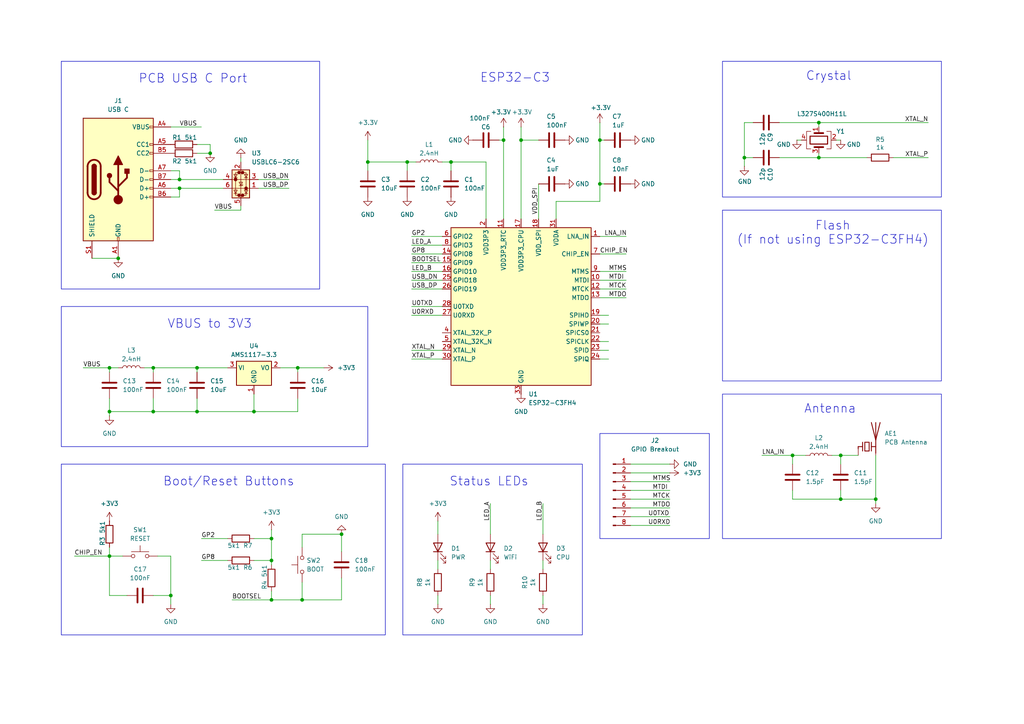
<source format=kicad_sch>
(kicad_sch (version 20250114) (generator "eeschema") (generator_version "9.0")
  (paper "A4")
  (title_block (title "Kevin's PCB Business Card") (company "Kevin Sun"))
  (lib_symbols
    (symbol "Connector:Conn_01x08_Pin" (pin_names (offset 1.016) (hide yes))
      (property "Reference" "J" (at 0 10.16 0))
      (property "Value" "Conn_01x08_Pin" (at 0 -12.7 0))
      (symbol "Conn_01x08_Pin_1_1"
        (rectangle (start 0.8636 7.747) (end 0 7.493) (stroke (width 0.1524)) (fill (type outline)))
        (rectangle (start 0.8636 5.207) (end 0 4.953) (stroke (width 0.1524)) (fill (type outline)))
        (rectangle (start 0.8636 2.667) (end 0 2.413) (stroke (width 0.1524)) (fill (type outline)))
        (rectangle (start 0.8636 0.127) (end 0 -0.127) (stroke (width 0.1524)) (fill (type outline)))
        (rectangle (start 0.8636 -2.413) (end 0 -2.667) (stroke (width 0.1524)) (fill (type outline)))
        (rectangle (start 0.8636 -4.953) (end 0 -5.207) (stroke (width 0.1524)) (fill (type outline)))
        (rectangle (start 0.8636 -7.493) (end 0 -7.747) (stroke (width 0.1524)) (fill (type outline)))
        (rectangle (start 0.8636 -10.033) (end 0 -10.287) (stroke (width 0.1524)) (fill (type outline)))
        (polyline (pts (xy 1.27 7.62) (xy 0.8636 7.62)) (stroke (width 0.1524)))
        (polyline (pts (xy 1.27 5.08) (xy 0.8636 5.08)) (stroke (width 0.1524)))
        (polyline (pts (xy 1.27 2.54) (xy 0.8636 2.54)) (stroke (width 0.1524)))
        (polyline (pts (xy 1.27 0) (xy 0.8636 0)) (stroke (width 0.1524)))
        (polyline (pts (xy 1.27 -2.54) (xy 0.8636 -2.54)) (stroke (width 0.1524)))
        (polyline (pts (xy 1.27 -5.08) (xy 0.8636 -5.08)) (stroke (width 0.1524)))
        (polyline (pts (xy 1.27 -7.62) (xy 0.8636 -7.62)) (stroke (width 0.1524)))
        (polyline (pts (xy 1.27 -10.16) (xy 0.8636 -10.16)) (stroke (width 0.1524)))
        (pin passive line (at 5.08 7.62 180) (length 3.81) (name "Pin_1") (number "1"))
        (pin passive line (at 5.08 5.08 180) (length 3.81) (name "Pin_2") (number "2"))
        (pin passive line (at 5.08 2.54 180) (length 3.81) (name "Pin_3") (number "3"))
        (pin passive line (at 5.08 0 180) (length 3.81) (name "Pin_4") (number "4"))
        (pin passive line (at 5.08 -2.54 180) (length 3.81) (name "Pin_5") (number "5"))
        (pin passive line (at 5.08 -5.08 180) (length 3.81) (name "Pin_6") (number "6"))
        (pin passive line (at 5.08 -7.62 180) (length 3.81) (name "Pin_7") (number "7"))
        (pin passive line (at 5.08 -10.16 180) (length 3.81) (name "Pin_8") (number "8"))
      )
    )
    (symbol "Connector:USB_C_Receptacle_USB2.0_14P" (pin_names (offset 1.016))
      (property "Reference" "J" (at 0 22.225 0))
      (property "Value" "USB_C_Receptacle_USB2.0_14P" (at 0 19.685 0))
      (symbol "USB_C_Receptacle_USB2.0_14P_0_0"
        (rectangle (start -0.254 -17.78) (end 0.254 -16.764))
        (rectangle (start 10.16 15.494) (end 9.144 14.986))
        (rectangle (start 10.16 10.414) (end 9.144 9.906))
        (rectangle (start 10.16 7.874) (end 9.144 7.366))
        (rectangle (start 10.16 2.794) (end 9.144 2.286))
        (rectangle (start 10.16 0.254) (end 9.144 -0.254))
        (rectangle (start 10.16 -2.286) (end 9.144 -2.794))
        (rectangle (start 10.16 -4.826) (end 9.144 -5.334))
      )
      (symbol "USB_C_Receptacle_USB2.0_14P_0_1"
        (rectangle (start -10.16 17.78) (end 10.16 -17.78) (stroke (width 0.254)) (fill (type background)))
        (polyline (pts (xy -8.89 -3.81) (xy -8.89 3.81)) (stroke (width 0.508)))
        (rectangle (start -7.62 -3.81) (end -6.35 3.81) (stroke (width 0.254)) (fill (type outline)))
        (arc (start -7.62 3.81) (mid -6.985 4.4423) (end -6.35 3.81) (stroke (width 0.254)))
        (arc (start -7.62 3.81) (mid -6.985 4.4423) (end -6.35 3.81) (stroke (width 0.254)) (fill (type outline)))
        (arc (start -8.89 3.81) (mid -6.985 5.7067) (end -5.08 3.81) (stroke (width 0.508)))
        (arc (start -5.08 -3.81) (mid -6.985 -5.7067) (end -8.89 -3.81) (stroke (width 0.508)))
        (arc (start -6.35 -3.81) (mid -6.985 -4.4423) (end -7.62 -3.81) (stroke (width 0.254)))
        (arc (start -6.35 -3.81) (mid -6.985 -4.4423) (end -7.62 -3.81) (stroke (width 0.254)) (fill (type outline)))
        (polyline (pts (xy -5.08 3.81) (xy -5.08 -3.81)) (stroke (width 0.508)))
        (circle (center -2.54 1.143) (radius 0.635) (stroke (width 0.254)) (fill (type outline)))
        (polyline (pts (xy -1.27 4.318) (xy 0 6.858) (xy 1.27 4.318) (xy -1.27 4.318)) (stroke (width 0.254)) (fill (type outline)))
        (polyline (pts (xy 0 -2.032) (xy 2.54 0.508) (xy 2.54 1.778)) (stroke (width 0.508)))
        (polyline (pts (xy 0 -3.302) (xy -2.54 -0.762) (xy -2.54 0.508)) (stroke (width 0.508)))
        (polyline (pts (xy 0 -5.842) (xy 0 4.318)) (stroke (width 0.508)))
        (circle (center 0 -5.842) (radius 1.27) (fill (type outline)))
        (rectangle (start 1.905 1.778) (end 3.175 3.048) (stroke (width 0.254)) (fill (type outline)))
      )
      (symbol "USB_C_Receptacle_USB2.0_14P_1_1"
        (pin passive line (at -7.62 -22.86 90) (length 5.08) (name "SHIELD") (number "S1"))
        (pin passive line (at 0 -22.86 90) (length 5.08) (name "GND") (number "A1"))
        (pin passive line (at 0 -22.86 90) (length 5.08) (hide yes) (name "GND") (number "A12"))
        (pin passive line (at 0 -22.86 90) (length 5.08) (hide yes) (name "GND") (number "B1"))
        (pin passive line (at 0 -22.86 90) (length 5.08) (hide yes) (name "GND") (number "B12"))
        (pin passive line (at 15.24 15.24 180) (length 5.08) (name "VBUS") (number "A4"))
        (pin passive line (at 15.24 15.24 180) (length 5.08) (hide yes) (name "VBUS") (number "A9"))
        (pin passive line (at 15.24 15.24 180) (length 5.08) (hide yes) (name "VBUS") (number "B4"))
        (pin passive line (at 15.24 15.24 180) (length 5.08) (hide yes) (name "VBUS") (number "B9"))
        (pin bidirectional line (at 15.24 10.16 180) (length 5.08) (name "CC1") (number "A5"))
        (pin bidirectional line (at 15.24 7.62 180) (length 5.08) (name "CC2") (number "B5"))
        (pin bidirectional line (at 15.24 2.54 180) (length 5.08) (name "D-") (number "A7"))
        (pin bidirectional line (at 15.24 0 180) (length 5.08) (name "D-") (number "B7"))
        (pin bidirectional line (at 15.24 -2.54 180) (length 5.08) (name "D+") (number "A6"))
        (pin bidirectional line (at 15.24 -5.08 180) (length 5.08) (name "D+") (number "B6"))
      )
    )
    (symbol "Device:Antenna_Chip" (pin_numbers (hide yes)) (pin_names (offset 1.016) (hide yes))
      (property "Reference" "AE" (at 0 5.08 0))
      (property "Value" "Antenna_Chip" (at 0 3.175 0))
      (symbol "Antenna_Chip_0_1"
        (polyline (pts (xy -2.54 0) (xy -2.54 -0.635)) (stroke (width 0.254)))
        (polyline (pts (xy -2.54 0) (xy -1.27 0)) (stroke (width 0.254)))
        (polyline (pts (xy -1.27 1.27) (xy -1.27 -1.27) (xy -1.27 0)) (stroke (width 0.254)))
        (polyline (pts (xy -0.635 1.27) (xy 0.635 1.27) (xy 0.635 -1.27) (xy -0.635 -1.27) (xy -0.635 1.27)) (stroke (width 0.254)))
        (polyline (pts (xy 1.27 1.27) (xy 1.27 -1.27)) (stroke (width 0.254)))
        (polyline (pts (xy 1.27 0) (xy 2.54 0)) (stroke (width 0.254)))
        (polyline (pts (xy 2.54 6.985) (xy 2.54 -1.905)) (stroke (width 0.254)))
        (polyline (pts (xy 2.54 -0.635) (xy 2.54 0)))
        (polyline (pts (xy 3.81 6.985) (xy 2.54 1.905) (xy 1.27 6.985)) (stroke (width 0.254)))
      )
      (symbol "Antenna_Chip_1_1"
        (pin input line (at -2.54 -2.54 90) (length 2.54) (name "FEED") (number "1"))
        (pin passive line (at 2.54 -2.54 90) (length 2.54) (name "PCB_Trace") (number "2"))
      )
    )
    (symbol "Device:C" (pin_numbers (hide yes)) (pin_names (offset 0.254))
      (property "Reference" "C" (at 0.635 2.54 0))
      (property "Value" "C" (at 0.635 -2.54 0))
      (symbol "C_0_1"
        (polyline (pts (xy -2.032 0.762) (xy 2.032 0.762)) (stroke (width 0.508)))
        (polyline (pts (xy -2.032 -0.762) (xy 2.032 -0.762)) (stroke (width 0.508)))
      )
      (symbol "C_1_1"
        (pin passive line (at 0 3.81 270) (length 2.794) (name "~") (number "1"))
        (pin passive line (at 0 -3.81 90) (length 2.794) (name "~") (number "2"))
      )
    )
    (symbol "Device:Crystal_GND24" (pin_names (offset 1.016) (hide yes))
      (property "Reference" "Y" (at 3.175 5.08 0))
      (property "Value" "Crystal_GND24" (at 3.175 3.175 0))
      (symbol "Crystal_GND24_0_1"
        (polyline (pts (xy -2.54 2.286) (xy -2.54 3.556) (xy 2.54 3.556) (xy 2.54 2.286)))
        (polyline (pts (xy -2.54 0) (xy -2.032 0)))
        (polyline (pts (xy -2.54 -2.286) (xy -2.54 -3.556) (xy 2.54 -3.556) (xy 2.54 -2.286)))
        (polyline (pts (xy -2.032 -1.27) (xy -2.032 1.27)) (stroke (width 0.508)))
        (rectangle (start -1.143 2.54) (end 1.143 -2.54) (stroke (width 0.3048)))
        (polyline (pts (xy 0 3.556) (xy 0 3.81)))
        (polyline (pts (xy 0 -3.81) (xy 0 -3.556)))
        (polyline (pts (xy 2.032 0) (xy 2.54 0)))
        (polyline (pts (xy 2.032 -1.27) (xy 2.032 1.27)) (stroke (width 0.508)))
      )
      (symbol "Crystal_GND24_1_1"
        (pin passive line (at -3.81 0 0) (length 1.27) (name "1") (number "1"))
        (pin passive line (at 0 5.08 270) (length 1.27) (name "2") (number "2"))
        (pin passive line (at 0 -5.08 90) (length 1.27) (name "4") (number "4"))
        (pin passive line (at 3.81 0 180) (length 1.27) (name "3") (number "3"))
      )
    )
    (symbol "Device:L" (pin_numbers (hide yes)) (pin_names (offset 1.016) (hide yes))
      (property "Reference" "L" (at -1.27 0 90))
      (property "Value" "L" (at 1.905 0 90))
      (symbol "L_0_1"
        (arc (start 0 2.54) (mid 0.6323 1.905) (end 0 1.27))
        (arc (start 0 1.27) (mid 0.6323 0.635) (end 0 0))
        (arc (start 0 0) (mid 0.6323 -0.635) (end 0 -1.27))
        (arc (start 0 -1.27) (mid 0.6323 -1.905) (end 0 -2.54))
      )
      (symbol "L_1_1"
        (pin passive line (at 0 3.81 270) (length 1.27) (name "1") (number "1"))
        (pin passive line (at 0 -3.81 90) (length 1.27) (name "2") (number "2"))
      )
    )
    (symbol "Device:LED" (pin_numbers (hide yes)) (pin_names (offset 1.016) (hide yes))
      (property "Reference" "D" (at 0 2.54 0))
      (property "Value" "LED" (at 0 -2.54 0))
      (symbol "LED_0_1"
        (polyline (pts (xy -3.048 -0.762) (xy -4.572 -2.286) (xy -3.81 -2.286) (xy -4.572 -2.286) (xy -4.572 -1.524)))
        (polyline (pts (xy -1.778 -0.762) (xy -3.302 -2.286) (xy -2.54 -2.286) (xy -3.302 -2.286) (xy -3.302 -1.524)))
        (polyline (pts (xy -1.27 0) (xy 1.27 0)))
        (polyline (pts (xy -1.27 -1.27) (xy -1.27 1.27)) (stroke (width 0.254)))
        (polyline (pts (xy 1.27 -1.27) (xy 1.27 1.27) (xy -1.27 0) (xy 1.27 -1.27)) (stroke (width 0.254)))
      )
      (symbol "LED_1_1"
        (pin passive line (at -3.81 0 0) (length 2.54) (name "K") (number "1"))
        (pin passive line (at 3.81 0 180) (length 2.54) (name "A") (number "2"))
      )
    )
    (symbol "Device:R" (pin_numbers (hide yes)) (pin_names (offset 0))
      (property "Reference" "R" (at 2.032 0 90))
      (property "Value" "R" (at 0 0 90))
      (symbol "R_0_1"
        (rectangle (start -1.016 -2.54) (end 1.016 2.54) (stroke (width 0.254)))
      )
      (symbol "R_1_1"
        (pin passive line (at 0 3.81 270) (length 1.27) (name "~") (number "1"))
        (pin passive line (at 0 -3.81 90) (length 1.27) (name "~") (number "2"))
      )
    )
    (symbol "MCU_Espressif:ESP32-C3"
      (property "Reference" "U" (at -17.272 23.876 0))
      (property "Value" "ESP32-C3" (at 16.256 23.876 0))
      (symbol "ESP32-C3_1_1"
        (rectangle (start -20.32 22.86) (end 20.32 -22.86) (stroke (width 0.254)) (fill (type background)))
        (pin bidirectional line (at -22.86 20.32 0) (length 2.54) (name "GPIO2") (number "6"))
        (pin bidirectional line (at -22.86 17.78 0) (length 2.54) (name "GPIO3") (number "8"))
        (pin bidirectional line (at -22.86 15.24 0) (length 2.54) (name "GPIO8") (number "14"))
        (pin bidirectional line (at -22.86 12.7 0) (length 2.54) (name "GPIO9") (number "15"))
        (pin bidirectional line (at -22.86 10.16 0) (length 2.54) (name "GPIO10") (number "16"))
        (pin bidirectional line (at -22.86 7.62 0) (length 2.54) (name "GPIO18") (number "25"))
        (pin bidirectional line (at -22.86 5.08 0) (length 2.54) (name "GPIO19") (number "26"))
        (pin bidirectional line (at -22.86 0 0) (length 2.54) (name "U0TXD") (number "28"))
        (pin bidirectional line (at -22.86 -2.54 0) (length 2.54) (name "U0RXD") (number "27"))
        (pin bidirectional line (at -22.86 -7.62 0) (length 2.54) (name "XTAL_32K_P") (number "4"))
        (pin bidirectional line (at -22.86 -10.16 0) (length 2.54) (name "XTAL_32K_N") (number "5"))
        (pin bidirectional line (at -22.86 -12.7 0) (length 2.54) (name "XTAL_N") (number "29"))
        (pin bidirectional line (at -22.86 -15.24 0) (length 2.54) (name "XTAL_P") (number "30"))
        (pin power_in line (at -10.16 25.4 270) (length 2.54) (name "VDD3P3") (number "2"))
        (pin passive line (at -10.16 25.4 270) (length 2.54) (hide yes) (name "VDD3P3") (number "3"))
        (pin power_in line (at -5.08 25.4 270) (length 2.54) (name "VDD3P3_RTC") (number "11"))
        (pin power_in line (at 0 25.4 270) (length 2.54) (name "VDD3P3_CPU") (number "17"))
        (pin power_in line (at 0 -25.4 90) (length 2.54) (name "GND") (number "33"))
        (pin power_out line (at 5.08 25.4 270) (length 2.54) (name "VDD_SPI") (number "18"))
        (pin power_in line (at 10.16 25.4 270) (length 2.54) (name "VDDA") (number "31"))
        (pin passive line (at 10.16 25.4 270) (length 2.54) (hide yes) (name "VDDA") (number "32"))
        (pin bidirectional line (at 22.86 20.32 180) (length 2.54) (name "LNA_IN") (number "1"))
        (pin bidirectional line (at 22.86 15.24 180) (length 2.54) (name "CHIP_EN") (number "7"))
        (pin bidirectional line (at 22.86 10.16 180) (length 2.54) (name "MTMS") (number "9"))
        (pin bidirectional line (at 22.86 7.62 180) (length 2.54) (name "MTDI") (number "10"))
        (pin bidirectional line (at 22.86 5.08 180) (length 2.54) (name "MTCK") (number "12"))
        (pin bidirectional line (at 22.86 2.54 180) (length 2.54) (name "MTDO") (number "13"))
        (pin bidirectional line (at 22.86 -2.54 180) (length 2.54) (name "SPIHD") (number "19"))
        (pin bidirectional line (at 22.86 -5.08 180) (length 2.54) (name "SPIWP") (number "20"))
        (pin bidirectional line (at 22.86 -7.62 180) (length 2.54) (name "SPICS0") (number "21"))
        (pin bidirectional line (at 22.86 -10.16 180) (length 2.54) (name "SPICLK") (number "22"))
        (pin bidirectional line (at 22.86 -12.7 180) (length 2.54) (name "SPID") (number "23"))
        (pin bidirectional line (at 22.86 -15.24 180) (length 2.54) (name "SPIQ") (number "24"))
      )
    )
    (symbol "Power_Protection:USBLC6-2SC6" (pin_names (hide yes))
      (property "Reference" "U" (at 0.635 5.715 0))
      (property "Value" "USBLC6-2SC6" (at 0.635 3.81 0))
      (symbol "USBLC6-2SC6_0_0"
        (circle (center -1.524 0) (radius 0.0001) (stroke (width 0.508)))
        (circle (center -0.508 2.032) (radius 0.0001) (stroke (width 0.508)))
        (circle (center -0.508 -4.572) (radius 0.0001) (stroke (width 0.508)))
        (circle (center 0.508 2.032) (radius 0.0001) (stroke (width 0.508)))
        (circle (center 0.508 -4.572) (radius 0.0001) (stroke (width 0.508)))
        (circle (center 1.524 -2.54) (radius 0.0001) (stroke (width 0.508)))
      )
      (symbol "USBLC6-2SC6_0_1"
        (polyline (pts (xy -2.54 0) (xy 2.54 0)))
        (polyline (pts (xy -2.54 -2.54) (xy 2.54 -2.54)))
        (polyline (pts (xy -2.032 0.508) (xy -1.016 0.508) (xy -1.524 1.524) (xy -2.032 0.508)))
        (polyline (pts (xy -2.032 -3.048) (xy -1.016 -3.048)))
        (polyline (pts (xy -1.016 1.524) (xy -2.032 1.524)))
        (polyline (pts (xy -1.016 -4.064) (xy -2.032 -4.064) (xy -1.524 -3.048) (xy -1.016 -4.064)))
        (polyline (pts (xy -0.508 -1.143) (xy -0.508 -0.762) (xy 0.508 -0.762)))
        (polyline (pts (xy 0 2.54) (xy -0.508 2.032) (xy 0.508 2.032) (xy 0 1.524) (xy 0 -4.064) (xy -0.508 -4.572) (xy 0.508 -4.572) (xy 0 -5.08)))
        (polyline (pts (xy 0.508 -1.778) (xy -0.508 -1.778) (xy 0 -0.762) (xy 0.508 -1.778)))
        (polyline (pts (xy 1.016 1.524) (xy 2.032 1.524)))
        (polyline (pts (xy 1.016 -3.048) (xy 2.032 -3.048)))
        (polyline (pts (xy 2.032 0.508) (xy 1.016 0.508) (xy 1.524 1.524) (xy 2.032 0.508)))
        (polyline (pts (xy 2.032 -4.064) (xy 1.016 -4.064) (xy 1.524 -3.048) (xy 2.032 -4.064)))
      )
      (symbol "USBLC6-2SC6_1_1"
        (rectangle (start -2.54 2.794) (end 2.54 -5.334) (stroke (width 0.254)) (fill (type background)))
        (polyline (pts (xy -0.508 2.032) (xy -1.524 2.032) (xy -1.524 -4.572) (xy -0.508 -4.572)))
        (polyline (pts (xy 0.508 -4.572) (xy 1.524 -4.572) (xy 1.524 2.032) (xy 0.508 2.032)))
        (pin passive line (at -5.08 0 0) (length 2.54) (name "I/O1") (number "1"))
        (pin passive line (at -5.08 -2.54 0) (length 2.54) (name "I/O2") (number "3"))
        (pin passive line (at 0 5.08 270) (length 2.54) (name "VBUS") (number "5"))
        (pin passive line (at 0 -7.62 90) (length 2.54) (name "GND") (number "2"))
        (pin passive line (at 5.08 0 180) (length 2.54) (name "I/O1") (number "6"))
        (pin passive line (at 5.08 -2.54 180) (length 2.54) (name "I/O2") (number "4"))
      )
    )
    (symbol "Regulator_Linear:AMS1117-3.3"
      (property "Reference" "U" (at -3.81 3.175 0))
      (property "Value" "AMS1117-3.3" (at 0 3.175 0))
      (symbol "AMS1117-3.3_0_1"
        (rectangle (start -5.08 -5.08) (end 5.08 1.905) (stroke (width 0.254)) (fill (type background)))
      )
      (symbol "AMS1117-3.3_1_1"
        (pin power_in line (at -7.62 0 0) (length 2.54) (name "VI") (number "3"))
        (pin power_in line (at 0 -7.62 90) (length 2.54) (name "GND") (number "1"))
        (pin power_out line (at 7.62 0 180) (length 2.54) (name "VO") (number "2"))
      )
    )
    (symbol "Switch:SW_Push" (pin_numbers (hide yes)) (pin_names (offset 1.016) (hide yes))
      (property "Reference" "SW" (at 1.27 2.54 0))
      (property "Value" "SW_Push" (at 0 -1.524 0))
      (symbol "SW_Push_0_1"
        (circle (center -2.032 0) (radius 0.508))
        (polyline (pts (xy 0 1.27) (xy 0 3.048)))
        (circle (center 2.032 0) (radius 0.508))
        (polyline (pts (xy 2.54 1.27) (xy -2.54 1.27)))
        (pin passive line (at -5.08 0 0) (length 2.54) (name "1") (number "1"))
        (pin passive line (at 5.08 0 180) (length 2.54) (name "2") (number "2"))
      )
    )
    (symbol "power:+3.3V" (power) (pin_numbers (hide yes)) (pin_names (offset 0) (hide yes))
      (property "Value" "+3.3V" (at 0 3.556 0))
      (symbol "+3.3V_0_1"
        (polyline (pts (xy -0.762 1.27) (xy 0 2.54)))
        (polyline (pts (xy 0 2.54) (xy 0.762 1.27)))
        (polyline (pts (xy 0 0) (xy 0 2.54)))
      )
      (symbol "+3.3V_1_1"
        (pin power_in line (at 0 0 90) (length 0) (name "~") (number "1"))
      )
    )
    (symbol "power:+3V3" (power) (pin_numbers (hide yes)) (pin_names (offset 0) (hide yes))
      (property "Value" "+3V3" (at 0 3.556 0))
      (symbol "+3V3_0_1"
        (polyline (pts (xy -0.762 1.27) (xy 0 2.54)))
        (polyline (pts (xy 0 2.54) (xy 0.762 1.27)))
        (polyline (pts (xy 0 0) (xy 0 2.54)))
      )
      (symbol "+3V3_1_1"
        (pin power_in line (at 0 0 90) (length 0) (name "~") (number "1"))
      )
    )
    (symbol "power:GND" (power) (pin_numbers (hide yes)) (pin_names (offset 0) (hide yes))
      (property "Value" "GND" (at 0 -3.81 0))
      (symbol "GND_0_1"
        (polyline (pts (xy 0 0) (xy 0 -1.27) (xy 1.27 -1.27) (xy 0 -2.54) (xy -1.27 -1.27) (xy 0 -1.27)))
      )
      (symbol "GND_1_1"
        (pin power_in line (at 0 0 270) (length 0) (name "~") (number "1"))
      )
    )
  )
  (rectangle (start 209.55 60.96) (end 273.05 110.49))
  (rectangle (start 17.78 134.62) (end 111.76 184.15))
  (rectangle (start 173.99 125.73) (end 205.74 156.21))
  (rectangle (start 209.55 114.3) (end 273.05 156.21))
  (rectangle (start 209.55 17.78) (end 273.05 57.15))
  (rectangle (start 17.78 88.9) (end 106.68 129.54))
  (rectangle (start 17.78 17.78) (end 92.71 83.82))
  (rectangle (start 116.84 134.62) (end 168.91 184.15))
  (text "Flash\n(If not using ESP32-C3FH4)" (at 241.554 71.12 0) (effects (font (size 2.54 2.54)) (justify bottom)))
  (text "ESP32-C3" (at 139.192 24.13 0) (effects (font (size 2.54 2.54)) (justify left bottom)))
  (text "VBUS to 3V3" (at 48.514 95.504 0) (effects (font (size 2.54 2.54)) (justify left bottom)))
  (text "Crystal" (at 233.68 23.622 0) (effects (font (size 2.54 2.54)) (justify left bottom)))
  (text "Boot/Reset Buttons" (at 47.244 141.224 0) (effects (font (size 2.54 2.54)) (justify left bottom)))
  (text "PCB USB C Port" (at 40.132 24.384 0) (effects (font (size 2.54 2.54)) (justify left bottom)))
  (text "Status LEDs" (at 130.302 141.224 0) (effects (font (size 2.54 2.54)) (justify left bottom)))
  (text "Antenna" (at 233.172 120.142 0) (effects (font (size 2.54 2.54)) (justify left bottom)))
  (junction (at 173.99 40.64))
  (junction (at 78.74 156.21))
  (junction (at 237.49 45.72))
  (junction (at 49.53 172.72))
  (junction (at 130.81 46.99))
  (junction (at 52.07 54.61))
  (junction (at 146.05 40.64))
  (junction (at 44.45 106.68))
  (junction (at 52.07 52.07))
  (junction (at 73.66 119.38))
  (junction (at 34.29 74.93))
  (junction (at 87.63 173.99))
  (junction (at 243.84 144.78))
  (junction (at 78.74 173.99))
  (junction (at 44.45 119.38))
  (junction (at 173.99 53.34))
  (junction (at 57.15 119.38))
  (junction (at 86.36 106.68))
  (junction (at 215.9 45.72))
  (junction (at 60.96 44.45))
  (junction (at 229.87 132.08))
  (junction (at 237.49 35.56))
  (junction (at 78.74 162.56))
  (junction (at 99.06 154.94))
  (junction (at 254 144.78))
  (junction (at 106.68 46.99))
  (junction (at 31.75 119.38))
  (junction (at 243.84 132.08))
  (junction (at 151.13 40.64))
  (junction (at 118.11 46.99))
  (junction (at 31.75 161.29))
  (junction (at 57.15 106.68))
  (junction (at 31.75 106.68))
  (wire (pts (xy 146.05 40.64) (xy 146.05 63.5)))
  (wire (pts (xy 157.48 146.05) (xy 157.48 154.94)))
  (wire (pts (xy 31.75 106.68) (xy 34.29 106.68)))
  (wire (pts (xy 229.87 144.78) (xy 229.87 142.24)))
  (wire (pts (xy 218.44 45.72) (xy 215.9 45.72)))
  (wire (pts (xy 182.88 137.16) (xy 194.31 137.16)))
  (wire (pts (xy 226.06 45.72) (xy 237.49 45.72)))
  (wire (pts (xy 119.38 71.12) (xy 128.27 71.12)))
  (wire (pts (xy 130.81 46.99) (xy 130.81 49.53)))
  (wire (pts (xy 173.99 53.34) (xy 173.99 40.64)))
  (wire (pts (xy 215.9 45.72) (xy 215.9 48.26)))
  (wire (pts (xy 78.74 173.99) (xy 87.63 173.99)))
  (wire (pts (xy 86.36 119.38) (xy 73.66 119.38)))
  (wire (pts (xy 237.49 36.83) (xy 237.49 35.56)))
  (wire (pts (xy 73.66 119.38) (xy 57.15 119.38)))
  (wire (pts (xy 57.15 115.57) (xy 57.15 119.38)))
  (wire (pts (xy 57.15 41.91) (xy 60.96 41.91)))
  (wire (pts (xy 182.88 139.7) (xy 194.31 139.7)))
  (wire (pts (xy 173.99 104.14) (xy 176.53 104.14)))
  (wire (pts (xy 81.28 106.68) (xy 86.36 106.68)))
  (wire (pts (xy 127 162.56) (xy 127 165.1)))
  (wire (pts (xy 173.99 78.74) (xy 181.61 78.74)))
  (wire (pts (xy 49.53 52.07) (xy 52.07 52.07)))
  (wire (pts (xy 21.59 161.29) (xy 31.75 161.29)))
  (wire (pts (xy 44.45 106.68) (xy 57.15 106.68)))
  (wire (pts (xy 49.53 49.53) (xy 52.07 49.53)))
  (wire (pts (xy 49.53 57.15) (xy 52.07 57.15)))
  (wire (pts (xy 86.36 106.68) (xy 86.36 107.95)))
  (wire (pts (xy 106.68 40.64) (xy 106.68 46.99)))
  (wire (pts (xy 119.38 73.66) (xy 128.27 73.66)))
  (wire (pts (xy 44.45 119.38) (xy 44.45 115.57)))
  (wire (pts (xy 106.68 46.99) (xy 106.68 49.53)))
  (wire (pts (xy 226.06 35.56) (xy 237.49 35.56)))
  (wire (pts (xy 31.75 119.38) (xy 44.45 119.38)))
  (wire (pts (xy 128.27 46.99) (xy 130.81 46.99)))
  (wire (pts (xy 69.85 59.69) (xy 69.85 60.96)))
  (wire (pts (xy 130.81 46.99) (xy 140.97 46.99)))
  (wire (pts (xy 78.74 156.21) (xy 78.74 162.56)))
  (wire (pts (xy 233.68 132.08) (xy 229.87 132.08)))
  (wire (pts (xy 182.88 142.24) (xy 194.31 142.24)))
  (wire (pts (xy 52.07 54.61) (xy 64.77 54.61)))
  (wire (pts (xy 173.99 86.36) (xy 181.61 86.36)))
  (wire (pts (xy 78.74 153.67) (xy 78.74 156.21)))
  (wire (pts (xy 119.38 68.58) (xy 128.27 68.58)))
  (wire (pts (xy 182.88 152.4) (xy 194.31 152.4)))
  (wire (pts (xy 241.3 132.08) (xy 243.84 132.08)))
  (wire (pts (xy 140.97 46.99) (xy 140.97 63.5)))
  (wire (pts (xy 229.87 144.78) (xy 243.84 144.78)))
  (wire (pts (xy 119.38 83.82) (xy 128.27 83.82)))
  (wire (pts (xy 26.67 74.93) (xy 34.29 74.93)))
  (wire (pts (xy 173.99 81.28) (xy 181.61 81.28)))
  (wire (pts (xy 57.15 106.68) (xy 57.15 107.95)))
  (wire (pts (xy 31.75 158.75) (xy 31.75 161.29)))
  (wire (pts (xy 237.49 35.56) (xy 269.24 35.56)))
  (wire (pts (xy 60.96 41.91) (xy 60.96 44.45)))
  (wire (pts (xy 44.45 106.68) (xy 44.45 107.95)))
  (wire (pts (xy 44.45 172.72) (xy 49.53 172.72)))
  (wire (pts (xy 119.38 81.28) (xy 128.27 81.28)))
  (wire (pts (xy 182.88 144.78) (xy 194.31 144.78)))
  (wire (pts (xy 87.63 158.75) (xy 87.63 154.94)))
  (wire (pts (xy 142.24 146.05) (xy 142.24 154.94)))
  (wire (pts (xy 127 151.13) (xy 127 154.94)))
  (wire (pts (xy 67.31 173.99) (xy 78.74 173.99)))
  (wire (pts (xy 182.88 149.86) (xy 194.31 149.86)))
  (wire (pts (xy 58.42 162.56) (xy 66.04 162.56)))
  (wire (pts (xy 52.07 52.07) (xy 64.77 52.07)))
  (wire (pts (xy 73.66 114.3) (xy 73.66 119.38)))
  (wire (pts (xy 58.42 156.21) (xy 66.04 156.21)))
  (wire (pts (xy 49.53 54.61) (xy 52.07 54.61)))
  (wire (pts (xy 259.08 45.72) (xy 269.24 45.72)))
  (wire (pts (xy 243.84 134.62) (xy 243.84 132.08)))
  (wire (pts (xy 31.75 119.38) (xy 31.75 120.65)))
  (wire (pts (xy 243.84 132.08) (xy 248.92 132.08)))
  (wire (pts (xy 242.57 40.64) (xy 243.84 40.64)))
  (wire (pts (xy 173.99 40.64) (xy 175.26 40.64)))
  (wire (pts (xy 215.9 35.56) (xy 215.9 45.72)))
  (wire (pts (xy 41.91 106.68) (xy 44.45 106.68)))
  (wire (pts (xy 142.24 172.72) (xy 142.24 175.26)))
  (wire (pts (xy 151.13 40.64) (xy 156.21 40.64)))
  (wire (pts (xy 146.05 36.83) (xy 146.05 40.64)))
  (wire (pts (xy 175.26 53.34) (xy 173.99 53.34)))
  (wire (pts (xy 52.07 49.53) (xy 52.07 52.07)))
  (wire (pts (xy 31.75 115.57) (xy 31.75 119.38)))
  (wire (pts (xy 118.11 46.99) (xy 106.68 46.99)))
  (wire (pts (xy 173.99 73.66) (xy 181.61 73.66)))
  (wire (pts (xy 229.87 132.08) (xy 229.87 134.62)))
  (wire (pts (xy 87.63 173.99) (xy 99.06 173.99)))
  (wire (pts (xy 57.15 119.38) (xy 44.45 119.38)))
  (wire (pts (xy 119.38 88.9) (xy 128.27 88.9)))
  (wire (pts (xy 142.24 162.56) (xy 142.24 165.1)))
  (wire (pts (xy 127 172.72) (xy 127 175.26)))
  (wire (pts (xy 57.15 44.45) (xy 60.96 44.45)))
  (wire (pts (xy 73.66 162.56) (xy 78.74 162.56)))
  (wire (pts (xy 69.85 45.72) (xy 69.85 46.99)))
  (wire (pts (xy 173.99 91.44) (xy 176.53 91.44)))
  (wire (pts (xy 254 132.08) (xy 254 144.78)))
  (wire (pts (xy 118.11 49.53) (xy 118.11 46.99)))
  (wire (pts (xy 182.88 134.62) (xy 194.31 134.62)))
  (wire (pts (xy 173.99 58.42) (xy 173.99 53.34)))
  (wire (pts (xy 31.75 107.95) (xy 31.75 106.68)))
  (wire (pts (xy 36.83 172.72) (xy 31.75 172.72)))
  (wire (pts (xy 119.38 104.14) (xy 128.27 104.14)))
  (wire (pts (xy 119.38 91.44) (xy 128.27 91.44)))
  (wire (pts (xy 156.21 53.34) (xy 156.21 63.5)))
  (wire (pts (xy 243.84 144.78) (xy 254 144.78)))
  (wire (pts (xy 173.99 101.6) (xy 176.53 101.6)))
  (wire (pts (xy 243.84 144.78) (xy 243.84 142.24)))
  (wire (pts (xy 254 146.05) (xy 254 144.78)))
  (wire (pts (xy 119.38 76.2) (xy 128.27 76.2)))
  (wire (pts (xy 49.53 36.83) (xy 58.42 36.83)))
  (wire (pts (xy 57.15 106.68) (xy 66.04 106.68)))
  (wire (pts (xy 173.99 93.98) (xy 176.53 93.98)))
  (wire (pts (xy 218.44 35.56) (xy 215.9 35.56)))
  (wire (pts (xy 173.99 35.56) (xy 173.99 40.64)))
  (wire (pts (xy 99.06 173.99) (xy 99.06 167.64)))
  (wire (pts (xy 52.07 57.15) (xy 52.07 54.61)))
  (wire (pts (xy 87.63 168.91) (xy 87.63 173.99)))
  (wire (pts (xy 173.99 83.82) (xy 181.61 83.82)))
  (wire (pts (xy 49.53 161.29) (xy 49.53 172.72)))
  (wire (pts (xy 118.11 46.99) (xy 120.65 46.99)))
  (wire (pts (xy 87.63 154.94) (xy 99.06 154.94)))
  (wire (pts (xy 73.66 156.21) (xy 78.74 156.21)))
  (wire (pts (xy 86.36 106.68) (xy 93.98 106.68)))
  (wire (pts (xy 45.72 161.29) (xy 49.53 161.29)))
  (wire (pts (xy 119.38 78.74) (xy 128.27 78.74)))
  (wire (pts (xy 220.98 132.08) (xy 229.87 132.08)))
  (wire (pts (xy 74.93 52.07) (xy 83.82 52.07)))
  (wire (pts (xy 161.29 58.42) (xy 173.99 58.42)))
  (wire (pts (xy 62.23 60.96) (xy 69.85 60.96)))
  (wire (pts (xy 31.75 161.29) (xy 35.56 161.29)))
  (wire (pts (xy 157.48 172.72) (xy 157.48 175.26)))
  (wire (pts (xy 151.13 36.83) (xy 151.13 40.64)))
  (wire (pts (xy 182.88 147.32) (xy 194.31 147.32)))
  (wire (pts (xy 173.99 68.58) (xy 181.61 68.58)))
  (wire (pts (xy 78.74 162.56) (xy 78.74 163.83)))
  (wire (pts (xy 31.75 172.72) (xy 31.75 161.29)))
  (wire (pts (xy 231.14 40.64) (xy 232.41 40.64)))
  (wire (pts (xy 237.49 44.45) (xy 237.49 45.72)))
  (wire (pts (xy 24.13 106.68) (xy 31.75 106.68)))
  (wire (pts (xy 78.74 171.45) (xy 78.74 173.99)))
  (wire (pts (xy 144.78 40.64) (xy 146.05 40.64)))
  (wire (pts (xy 151.13 40.64) (xy 151.13 63.5)))
  (wire (pts (xy 161.29 63.5) (xy 161.29 58.42)))
  (wire (pts (xy 173.99 99.06) (xy 176.53 99.06)))
  (wire (pts (xy 119.38 101.6) (xy 128.27 101.6)))
  (wire (pts (xy 74.93 54.61) (xy 83.82 54.61)))
  (wire (pts (xy 86.36 115.57) (xy 86.36 119.38)))
  (wire (pts (xy 237.49 45.72) (xy 251.46 45.72)))
  (wire (pts (xy 157.48 162.56) (xy 157.48 165.1)))
  (wire (pts (xy 49.53 172.72) (xy 49.53 175.26)))
  (wire (pts (xy 99.06 154.94) (xy 99.06 160.02)))
  (label "U0TXD" (at 119.38 88.9 0))
  (label "VBUS" (at 52.07 36.83 0))
  (label "U0RXD" (at 187.96 152.4 0))
  (label "XTAL_P" (at 269.24 45.72 180))
  (label "U0RXD" (at 119.38 91.44 0))
  (label "GP2" (at 119.38 68.58 0))
  (label "GP2" (at 58.42 156.21 0))
  (label "VBUS" (at 24.13 106.68 0))
  (label "MTDI" (at 176.53 81.28 0))
  (label "XTAL_N" (at 119.38 101.6 0))
  (label "USB_DP" (at 119.38 83.82 0))
  (label "MTDO" (at 189.23 147.32 0))
  (label "LED_B" (at 119.38 78.74 0))
  (label "BOOTSEL" (at 119.38 76.2 0))
  (label "MTMS" (at 189.23 139.7 0))
  (label "USB_DP" (at 76.2 54.61 0))
  (label "CHIP_EN" (at 173.99 73.66 0))
  (label "MTMS" (at 176.53 78.74 0))
  (label "GP8" (at 58.42 162.56 0))
  (label "LNA_IN" (at 175.26 68.58 0))
  (label "MTCK" (at 176.53 83.82 0))
  (label "XTAL_P" (at 119.38 104.14 0))
  (label "LED_A" (at 142.24 151.13 90))
  (label "MTDI" (at 189.23 142.24 0))
  (label "LED_A" (at 119.38 71.12 0))
  (label "XTAL_N" (at 269.24 35.56 180))
  (label "USB_DN" (at 119.38 81.28 0))
  (label "MTCK" (at 189.23 144.78 0))
  (label "U0TXD" (at 187.96 149.86 0))
  (label "BOOTSEL" (at 67.31 173.99 0))
  (label "VDD_SPI" (at 156.21 62.23 90))
  (label "LNA_IN" (at 220.98 132.08 0))
  (label "VBUS" (at 62.23 60.96 0))
  (label "USB_DN" (at 76.2 52.07 0))
  (label "CHIP_EN" (at 21.59 161.29 0))
  (label "LED_B" (at 157.48 151.13 90))
  (label "MTDO" (at 176.53 86.36 0))
  (label "GP8" (at 119.38 73.66 0))
  (symbol (lib_id "Power_Protection:USBLC6-2SC6") (at 69.85 54.61 180) (unit 1)
    (property "Reference" "U3" (at 72.9681 44.45 0) (effects (justify right)))
    (property "Value" "USBLC6-2SC6" (at 72.9681 46.99 0) (effects (justify right)))
    (property "Footprint" "Package_TO_SOT_SMD:SOT-23-6" (effects (hide yes)))
    (property "Datasheet" "https://www.st.com/resource/en/datasheet/usblc6-2.pdf" (effects (hide yes)))
    (property "Description" "Very low capacitance ESD protection diode, 2 data-line, SOT-23-6" (effects (hide yes)))
    (property "JLCPCB" "C2687116" (effects (hide yes)))
  )
  (symbol (lib_id "power:GND") (at 215.9 48.26 0) (unit 1)
    (property "Reference" "#PWR015" (effects (hide yes)))
    (property "Value" "GND" (at 216.027 52.6542 0))
  )
  (symbol (lib_id "Switch:SW_Push") (at 87.63 163.83 90) (unit 1)
    (property "Reference" "SW2" (at 88.9 162.5599 90) (effects (justify right)))
    (property "Value" "BOOT" (at 88.9 165.0999 90) (effects (justify right)))
    (property "Footprint" "TS-1187A-B-A-B:SW_TS-1187A-B-A-B" (effects (hide yes)))
    (property "Description" "Push button switch, generic, two pins" (effects (hide yes)))
    (property "JLCPCB" "C318884" (effects (hide yes)))
  )
  (symbol (lib_id "Device:R") (at 53.34 41.91 270) (unit 1)
    (property "Reference" "R1" (at 51.308 39.878 90))
    (property "Value" "5k1" (at 55.372 39.878 90))
    (property "Footprint" "Resistor_SMD:R_0402_1005Metric" (effects (hide yes)))
    (property "Description" "Resistor" (effects (hide yes)))
    (property "JLCPCB" "C25905" (effects (hide yes)))
  )
  (symbol (lib_id "power:GND") (at 243.84 40.64 0) (unit 1)
    (property "Reference" "#PWR017" (effects (hide yes)))
    (property "Value" "GND" (at 247.65 41.91 0))
  )
  (symbol (lib_id "Device:C") (at 40.64 172.72 90) (unit 1)
    (property "Reference" "C17" (at 40.64 165.1 90))
    (property "Value" "100nF" (at 40.64 167.64 90))
    (property "Footprint" "Capacitor_SMD:C_0402_1005Metric" (effects (hide yes)))
    (property "Description" "Unpolarized capacitor" (effects (hide yes)))
    (property "JLCPCB" "C1525" (effects (hide yes)))
  )
  (symbol (lib_id "Connector:Conn_01x08_Pin") (at 177.8 142.24 0) (unit 1)
    (property "Reference" "J2" (at 189.992 127.762 0))
    (property "Value" "GPIO Breakout" (at 189.992 130.302 0))
    (property "Footprint" "Connector_PinHeader_2.54mm:PinHeader_1x08_P2.54mm_Vertical" (effects (hide yes)))
    (property "Description" "Generic connector, single row, 01x08, script generated" (effects (hide yes)))
  )
  (symbol (lib_id "Device:C") (at 179.07 53.34 90) (unit 1)
    (property "Reference" "C8" (at 177.546 46.482 90) (effects (justify right)))
    (property "Value" "10nF" (at 177.546 49.022 90) (effects (justify right)))
    (property "Footprint" "Capacitor_SMD:C_0402_1005Metric" (effects (hide yes)))
    (property "Description" "Unpolarized capacitor" (effects (hide yes)))
    (property "JLCPCB" "C15195" (effects (hide yes)))
  )
  (symbol (lib_id "Device:LED") (at 157.48 158.75 90) (unit 1)
    (property "Reference" "D3" (at 161.29 159.0674 90) (effects (justify right)))
    (property "Value" "CPU" (at 161.29 161.6074 90) (effects (justify right)))
    (property "Footprint" "LED_SMD:LED_0603_1608Metric" (effects (hide yes)))
    (property "Description" "Light emitting diode" (effects (hide yes)))
    (property "Sim.Pins" "1=K 2=A" (effects (hide yes)))
    (property "JLCPCB" "C89811" (effects (hide yes)))
  )
  (symbol (lib_id "Device:C") (at 243.84 138.43 0) (unit 1)
    (property "Reference" "C11" (at 247.65 137.1599 0) (effects (justify left)))
    (property "Value" "1.5pF" (at 247.65 139.6999 0) (effects (justify left)))
    (property "Footprint" "Capacitor_SMD:C_0402_1005Metric_Pad0.74x0.62mm_HandSolder" (effects (hide yes)))
    (property "Description" "Unpolarized capacitor" (effects (hide yes)))
    (property "JLCPCB" "C1552" (effects (hide yes)))
  )
  (symbol (lib_id "power:GND") (at 163.83 53.34 90) (unit 1)
    (property "Reference" "#PWR06" (effects (hide yes)))
    (property "Value" "GND" (at 168.91 53.34 90))
    (property "Description" "Power symbol creates a global label with name \"GND\" , ground" (effects (hide yes)))
  )
  (symbol (lib_id "Regulator_Linear:AMS1117-3.3") (at 73.66 106.68 0) (unit 1)
    (property "Reference" "U4" (at 73.66 100.33 0))
    (property "Value" "AMS1117-3.3" (at 73.66 102.87 0))
    (property "Footprint" "Package_TO_SOT_SMD:SOT-223-3_TabPin2" (effects (hide yes)))
    (property "Datasheet" "http://www.advanced-monolithic.com/pdf/ds1117.pdf" (effects (hide yes)))
    (property "Description" "1A Low Dropout regulator, positive, 3.3V fixed output, SOT-223" (effects (hide yes)))
    (property "JLCPCB" "C6186" (effects (hide yes)))
  )
  (symbol (lib_id "Device:L") (at 124.46 46.99 90) (unit 1)
    (property "Reference" "L1" (at 124.46 41.91 90))
    (property "Value" "2.4nH" (at 124.46 44.45 90))
    (property "Footprint" "Inductor_SMD:L_0402_1005Metric" (effects (hide yes)))
    (property "Description" "Inductor" (effects (hide yes)))
    (property "JLCPCB" "C97997" (effects (hide yes)))
  )
  (symbol (lib_id "Device:L") (at 237.49 132.08 90) (unit 1)
    (property "Reference" "L2" (at 237.49 127 90))
    (property "Value" "2.4nH" (at 237.49 129.54 90))
    (property "Footprint" "Inductor_SMD:L_0402_1005Metric_Pad0.77x0.64mm_HandSolder" (effects (hide yes)))
    (property "Description" "Inductor" (effects (hide yes)))
    (property "JLCPCB" "C97997" (effects (hide yes)))
  )
  (symbol (lib_id "Device:C") (at 229.87 138.43 0) (unit 1)
    (property "Reference" "C12" (at 233.68 137.1599 0) (effects (justify left)))
    (property "Value" "1.5pF" (at 233.68 139.6999 0) (effects (justify left)))
    (property "Footprint" "Capacitor_SMD:C_0402_1005Metric_Pad0.74x0.62mm_HandSolder" (effects (hide yes)))
    (property "Description" "Unpolarized capacitor" (effects (hide yes)))
    (property "JLCPCB" "C1552" (effects (hide yes)))
  )
  (symbol (lib_id "Device:R") (at 31.75 154.94 0) (unit 1)
    (property "Reference" "R3" (at 29.718 156.972 90))
    (property "Value" "5k1" (at 29.718 152.908 90))
    (property "Footprint" "Resistor_SMD:R_0402_1005Metric" (effects (hide yes)))
    (property "Description" "Resistor" (effects (hide yes)))
    (property "JLCPCB" "C25905" (effects (hide yes)))
  )
  (symbol (lib_id "Device:LED") (at 142.24 158.75 90) (unit 1)
    (property "Reference" "D2" (at 146.05 159.0674 90) (effects (justify right)))
    (property "Value" "WiFi" (at 146.05 161.6074 90) (effects (justify right)))
    (property "Footprint" "LED_SMD:LED_0603_1608Metric" (effects (hide yes)))
    (property "Description" "Light emitting diode" (effects (hide yes)))
    (property "Sim.Pins" "1=K 2=A" (effects (hide yes)))
    (property "JLCPCB" "C2290" (effects (hide yes)))
  )
  (symbol (lib_id "Device:C") (at 222.25 35.56 270) (unit 1)
    (property "Reference" "C9" (at 223.4184 38.481 0) (effects (justify left)))
    (property "Value" "12p" (at 221.107 38.481 0) (effects (justify left)))
    (property "Footprint" "Capacitor_SMD:C_0402_1005Metric" (effects (hide yes)))
  )
  (symbol (lib_id "Switch:SW_Push") (at 40.64 161.29 0) (unit 1)
    (property "Reference" "SW1" (at 40.64 153.67 0))
    (property "Value" "RESET" (at 40.64 156.21 0))
    (property "Footprint" "TS-1187A-B-A-B:SW_TS-1187A-B-A-B" (effects (hide yes)))
    (property "Description" "Push button switch, generic, two pins" (effects (hide yes)))
    (property "JLCPCB" "C318884" (effects (hide yes)))
  )
  (symbol (lib_id "power:GND") (at 130.81 57.15 0) (unit 1)
    (property "Reference" "#PWR04" (effects (hide yes)))
    (property "Value" "GND" (at 130.81 62.23 0))
    (property "Description" "Power symbol creates a global label with name \"GND\" , ground" (effects (hide yes)))
  )
  (symbol (lib_id "power:GND") (at 163.83 40.64 90) (unit 1)
    (property "Reference" "#PWR07" (effects (hide yes)))
    (property "Value" "GND" (at 168.91 40.64 90))
    (property "Description" "Power symbol creates a global label with name \"GND\" , ground" (effects (hide yes)))
  )
  (symbol (lib_id "Device:R") (at 69.85 156.21 90) (unit 1)
    (property "Reference" "R7" (at 71.882 158.242 90))
    (property "Value" "5k1" (at 67.818 158.242 90))
    (property "Footprint" "Resistor_SMD:R_0402_1005Metric" (effects (hide yes)))
    (property "Description" "Resistor" (effects (hide yes)))
    (property "JLCPCB" "C25905" (effects (hide yes)))
  )
  (symbol (lib_id "power:+3V3") (at 31.75 151.13 0) (unit 1)
    (property "Reference" "#PWR024" (effects (hide yes)))
    (property "Value" "+3V3" (at 31.75 146.05 0))
    (property "Description" "Power symbol creates a global label with name \"+3V3\"" (effects (hide yes)))
  )
  (symbol (lib_id "Device:Crystal_GND24") (at 237.49 40.64 270) (unit 1)
    (property "Reference" "Y1" (at 242.57 38.1 90) (effects (justify left)))
    (property "Value" "L327S400H11L" (at 231.14 33.02 90) (effects (justify left)))
    (property "Footprint" "Crystal:Crystal_SMD_3225-4Pin_3.2x2.5mm" (effects (hide yes)))
    (property "Description" "40MHz Crystal Oscillator" (effects (hide yes)))
    (property "JLCPCB" "C5261245" (effects (hide yes)))
  )
  (symbol (lib_id "Device:R") (at 142.24 168.91 0) (unit 1)
    (property "Reference" "R9" (at 136.9822 168.91 90))
    (property "Value" "1k" (at 139.2936 168.91 90))
    (property "Footprint" "Resistor_SMD:R_0402_1005Metric" (effects (hide yes)))
    (property "JLCPCB" "C11702" (effects (hide yes)))
  )
  (symbol (lib_id "Device:C") (at 106.68 53.34 0) (unit 1)
    (property "Reference" "C3" (at 110.49 52.0699 0) (effects (justify left)))
    (property "Value" "10uF" (at 110.49 54.6099 0) (effects (justify left)))
    (property "Footprint" "Capacitor_SMD:C_0402_1005Metric" (effects (hide yes)))
    (property "Description" "Unpolarized capacitor" (effects (hide yes)))
    (property "JLCPCB" "C15525" (effects (hide yes)))
  )
  (symbol (lib_id "power:+3.3V") (at 146.05 36.83 0) (unit 1)
    (property "Reference" "#PWR09" (effects (hide yes)))
    (property "Value" "+3.3V" (at 145.288 32.512 0))
    (property "Description" "Power symbol creates a global label with name \"+3.3V\"" (effects (hide yes)))
  )
  (symbol (lib_id "power:+3V3") (at 194.31 137.16 270) (unit 1)
    (property "Reference" "#PWR033" (effects (hide yes)))
    (property "Value" "+3V3" (at 198.12 137.1599 90) (effects (justify left)))
    (property "Description" "Power symbol creates a global label with name \"+3V3\"" (effects (hide yes)))
  )
  (symbol (lib_id "Device:C") (at 86.36 111.76 0) (unit 1)
    (property "Reference" "C16" (at 90.17 110.4899 0) (effects (justify left)))
    (property "Value" "10uF" (at 90.17 113.0299 0) (effects (justify left)))
    (property "Footprint" "Capacitor_SMD:C_0402_1005Metric" (effects (hide yes)))
    (property "Description" "Unpolarized capacitor" (effects (hide yes)))
    (property "JLCPCB" "C15525" (effects (hide yes)))
  )
  (symbol (lib_id "power:GND") (at 157.48 175.26 0) (unit 1)
    (property "Reference" "#PWR034" (effects (hide yes)))
    (property "Value" "GND" (at 157.48 180.34 0))
    (property "Description" "Power symbol creates a global label with name \"GND\" , ground" (effects (hide yes)))
  )
  (symbol (lib_id "Device:C") (at 44.45 111.76 0) (unit 1)
    (property "Reference" "C14" (at 48.26 110.4899 0) (effects (justify left)))
    (property "Value" "100nF" (at 48.26 113.0299 0) (effects (justify left)))
    (property "Footprint" "Capacitor_SMD:C_0402_1005Metric" (effects (hide yes)))
    (property "Description" "Unpolarized capacitor" (effects (hide yes)))
    (property "JLCPCB" "C1525" (effects (hide yes)))
  )
  (symbol (lib_id "Device:R") (at 127 168.91 0) (unit 1)
    (property "Reference" "R8" (at 121.7422 168.91 90))
    (property "Value" "1k" (at 124.0536 168.91 90))
    (property "Footprint" "Resistor_SMD:R_0402_1005Metric" (effects (hide yes)))
    (property "JLCPCB" "C11702" (effects (hide yes)))
  )
  (symbol (lib_id "Device:C") (at 179.07 40.64 90) (unit 1)
    (property "Reference" "C7" (at 177.546 33.782 90) (effects (justify right)))
    (property "Value" "1uF" (at 177.546 36.322 90) (effects (justify right)))
    (property "Footprint" "Capacitor_SMD:C_0402_1005Metric" (effects (hide yes)))
    (property "Description" "Unpolarized capacitor" (effects (hide yes)))
    (property "JLCPCB" "C52923" (effects (hide yes)))
  )
  (symbol (lib_id "power:+3V3") (at 127 151.13 0) (unit 1)
    (property "Reference" "#PWR030" (effects (hide yes)))
    (property "Value" "+3V3" (at 127 146.05 0))
    (property "Description" "Power symbol creates a global label with name \"+3V3\"" (effects (hide yes)))
  )
  (symbol (lib_id "power:GND") (at 118.11 57.15 0) (unit 1)
    (property "Reference" "#PWR03" (effects (hide yes)))
    (property "Value" "GND" (at 118.11 62.23 0))
    (property "Description" "Power symbol creates a global label with name \"GND\" , ground" (effects (hide yes)))
  )
  (symbol (lib_id "Device:R") (at 69.85 162.56 90) (unit 1)
    (property "Reference" "R6" (at 71.882 164.592 90))
    (property "Value" "5k1" (at 67.818 164.592 90))
    (property "Footprint" "Resistor_SMD:R_0402_1005Metric" (effects (hide yes)))
    (property "Description" "Resistor" (effects (hide yes)))
    (property "JLCPCB" "C25905" (effects (hide yes)))
  )
  (symbol (lib_id "Device:R") (at 157.48 168.91 0) (unit 1)
    (property "Reference" "R10" (at 152.2222 168.91 90))
    (property "Value" "1k" (at 154.5336 168.91 90))
    (property "Footprint" "Resistor_SMD:R_0402_1005Metric" (effects (hide yes)))
    (property "JLCPCB" "C11702" (effects (hide yes)))
  )
  (symbol (lib_id "Device:C") (at 140.97 40.64 270) (unit 1)
    (property "Reference" "C6" (at 142.24 36.83 90) (effects (justify right)))
    (property "Value" "100nF" (at 142.24 34.29 90) (effects (justify right)))
    (property "Footprint" "Capacitor_SMD:C_0402_1005Metric" (effects (hide yes)))
    (property "Description" "Unpolarized capacitor" (effects (hide yes)))
    (property "JLCPCB" "C1525" (effects (hide yes)))
  )
  (symbol (lib_id "Device:C") (at 160.02 40.64 90) (unit 1)
    (property "Reference" "C5" (at 158.496 33.782 90) (effects (justify right)))
    (property "Value" "100nF" (at 158.496 36.322 90) (effects (justify right)))
    (property "Footprint" "Capacitor_SMD:C_0402_1005Metric" (effects (hide yes)))
    (property "Description" "Unpolarized capacitor" (effects (hide yes)))
    (property "JLCPCB" "C1525" (effects (hide yes)))
  )
  (symbol (lib_id "power:+3V3") (at 78.74 153.67 0) (unit 1)
    (property "Reference" "#PWR026" (effects (hide yes)))
    (property "Value" "+3V3" (at 78.74 148.59 0))
    (property "Description" "Power symbol creates a global label with name \"+3V3\"" (effects (hide yes)))
  )
  (symbol (lib_id "power:+3V3") (at 93.98 106.68 270) (unit 1)
    (property "Reference" "#PWR023" (effects (hide yes)))
    (property "Value" "+3V3" (at 97.79 106.6799 90) (effects (justify left)))
    (property "Description" "Power symbol creates a global label with name \"+3V3\"" (effects (hide yes)))
  )
  (symbol (lib_id "Device:R") (at 78.74 167.64 0) (unit 1)
    (property "Reference" "R4" (at 76.708 169.672 90))
    (property "Value" "5k1" (at 76.708 165.608 90))
    (property "Footprint" "Resistor_SMD:R_0402_1005Metric" (effects (hide yes)))
    (property "Description" "Resistor" (effects (hide yes)))
    (property "JLCPCB" "C25905" (effects (hide yes)))
  )
  (symbol (lib_id "Device:R") (at 255.27 45.72 270) (unit 1)
    (property "Reference" "R5" (at 255.27 40.4622 90))
    (property "Value" "1k" (at 255.27 42.7736 90))
    (property "Footprint" "Resistor_SMD:R_0402_1005Metric" (effects (hide yes)))
    (property "JLCPCB" "C11702" (effects (hide yes)))
  )
  (symbol (lib_id "Device:L") (at 38.1 106.68 90) (unit 1)
    (property "Reference" "L3" (at 38.1 101.6 90))
    (property "Value" "2.4nH" (at 38.1 104.14 90))
    (property "Footprint" "Inductor_SMD:L_0402_1005Metric_Pad0.77x0.64mm_HandSolder" (effects (hide yes)))
    (property "Description" "Inductor" (effects (hide yes)))
    (property "JLCPCB" "C97997" (effects (hide yes)))
  )
  (symbol (lib_id "Device:C") (at 222.25 45.72 270) (unit 1)
    (property "Reference" "C10" (at 223.4184 48.641 0) (effects (justify left)))
    (property "Value" "12p" (at 221.107 48.641 0) (effects (justify left)))
    (property "Footprint" "Capacitor_SMD:C_0402_1005Metric" (effects (hide yes)))
  )
  (symbol (lib_id "Device:LED") (at 127 158.75 90) (unit 1)
    (property "Reference" "D1" (at 130.81 159.0674 90) (effects (justify right)))
    (property "Value" "PWR" (at 130.81 161.6074 90) (effects (justify right)))
    (property "Footprint" "LED_SMD:LED_0603_1608Metric" (effects (hide yes)))
    (property "Description" "Light emitting diode" (effects (hide yes)))
    (property "Sim.Pins" "1=K 2=A" (effects (hide yes)))
    (property "JLCPCB" "C2286" (effects (hide yes)))
  )
  (symbol (lib_id "power:GND") (at 194.31 134.62 90) (unit 1)
    (property "Reference" "#PWR031" (effects (hide yes)))
    (property "Value" "GND" (at 198.12 134.6199 90) (effects (justify right)))
    (property "Description" "Power symbol creates a global label with name \"GND\" , ground" (effects (hide yes)))
  )
  (symbol (lib_id "power:GND") (at 31.75 120.65 0) (unit 1)
    (property "Reference" "#PWR022" (effects (hide yes)))
    (property "Value" "GND" (at 31.75 125.73 0))
    (property "Description" "Power symbol creates a global label with name \"GND\" , ground" (effects (hide yes)))
  )
  (symbol (lib_id "power:GND") (at 99.06 154.94 180) (unit 1)
    (property "Reference" "#PWR027" (effects (hide yes)))
    (property "Value" "GND" (at 99.06 149.86 0))
    (property "Description" "Power symbol creates a global label with name \"GND\" , ground" (effects (hide yes)))
  )
  (symbol (lib_id "power:+3.3V") (at 106.68 40.64 0) (unit 1)
    (property "Reference" "#PWR05" (effects (hide yes)))
    (property "Value" "+3.3V" (at 106.68 35.56 0))
    (property "Description" "Power symbol creates a global label with name \"+3.3V\"" (effects (hide yes)))
  )
  (symbol (lib_id "power:GND") (at 137.16 40.64 270) (unit 1)
    (property "Reference" "#PWR010" (effects (hide yes)))
    (property "Value" "GND" (at 132.08 40.64 90))
    (property "Description" "Power symbol creates a global label with name \"GND\" , ground" (effects (hide yes)))
  )
  (symbol (lib_id "Device:R") (at 53.34 44.45 90) (unit 1)
    (property "Reference" "R2" (at 51.308 46.736 90))
    (property "Value" "5k1" (at 55.372 46.736 90))
    (property "Footprint" "Resistor_SMD:R_0402_1005Metric" (effects (hide yes)))
    (property "Description" "Resistor" (effects (hide yes)))
    (property "JLCPCB" "C25905" (effects (hide yes)))
  )
  (symbol (lib_id "power:GND") (at 106.68 57.15 0) (unit 1)
    (property "Reference" "#PWR02" (effects (hide yes)))
    (property "Value" "GND" (at 106.68 62.23 0))
    (property "Description" "Power symbol creates a global label with name \"GND\" , ground" (effects (hide yes)))
  )
  (symbol (lib_id "Device:C") (at 160.02 53.34 90) (unit 1)
    (property "Reference" "C4" (at 158.496 46.482 90) (effects (justify right)))
    (property "Value" "1uF" (at 158.496 49.022 90) (effects (justify right)))
    (property "Footprint" "Capacitor_SMD:C_0402_1005Metric" (effects (hide yes)))
    (property "Description" "Unpolarized capacitor" (effects (hide yes)))
    (property "JLCPCB" "C52923" (effects (hide yes)))
  )
  (symbol (lib_id "power:GND") (at 182.88 40.64 90) (unit 1)
    (property "Reference" "#PWR011" (effects (hide yes)))
    (property "Value" "GND" (at 187.96 40.64 90))
    (property "Description" "Power symbol creates a global label with name \"GND\" , ground" (effects (hide yes)))
  )
  (symbol (lib_id "Device:Antenna_Chip") (at 251.46 129.54 0) (unit 1)
    (property "Reference" "AE1" (at 256.54 125.7299 0) (effects (justify left)))
    (property "Value" "PCB Antenna" (at 256.54 128.2699 0) (effects (justify left)))
    (property "Footprint" "wch-antenna:pcb-antenna" (effects (hide yes)))
    (property "Description" "PCB Antenna" (effects (hide yes)))
  )
  (symbol (lib_id "MCU_Espressif:ESP32-C3") (at 151.13 88.9 0) (unit 1)
    (property "Reference" "U1" (at 153.2733 114.3 0) (effects (justify left)))
    (property "Value" "ESP32-C3FH4" (at 153.2733 116.84 0) (effects (justify left)))
    (property "Footprint" "Package_DFN_QFN:QFN-32-1EP_5x5mm_P0.5mm_EP3.7x3.7mm" (effects (hide yes)))
    (property "Datasheet" "https://www.espressif.com/sites/default/files/documentation/esp32-c3_datasheet_en.pdf" (effects (hide yes)))
    (property "Description" "RF Module, ESP32 SoC, RISC-V, WiFi 802.11b/n/g, Bluetooth LE 5, QFN32" (effects (hide yes)))
    (property "JLCPCB" "C2858491" (effects (hide yes)))
  )
  (symbol (lib_id "power:GND") (at 69.85 45.72 180) (unit 1)
    (property "Reference" "#PWR021" (effects (hide yes)))
    (property "Value" "GND" (at 69.85 40.64 0))
    (property "Description" "Power symbol creates a global label with name \"GND\" , ground" (effects (hide yes)))
  )
  (symbol (lib_id "Device:C") (at 99.06 163.83 180) (unit 1)
    (property "Reference" "C18" (at 102.87 162.5599 0) (effects (justify right)))
    (property "Value" "100nF" (at 102.87 165.0999 0) (effects (justify right)))
    (property "Footprint" "Capacitor_SMD:C_0402_1005Metric" (effects (hide yes)))
    (property "Description" "Unpolarized capacitor" (effects (hide yes)))
    (property "JLCPCB" "C1525" (effects (hide yes)))
  )
  (symbol (lib_id "Device:C") (at 118.11 53.34 0) (unit 1)
    (property "Reference" "C2" (at 121.92 52.0699 0) (effects (justify left)))
    (property "Value" "100nF" (at 121.92 54.6099 0) (effects (justify left)))
    (property "Footprint" "Capacitor_SMD:C_0402_1005Metric" (effects (hide yes)))
    (property "Description" "Unpolarized capacitor" (effects (hide yes)))
    (property "JLCPCB" "C1525" (effects (hide yes)))
  )
  (symbol (lib_id "power:GND") (at 127 175.26 0) (unit 1)
    (property "Reference" "#PWR029" (effects (hide yes)))
    (property "Value" "GND" (at 127 180.34 0))
    (property "Description" "Power symbol creates a global label with name \"GND\" , ground" (effects (hide yes)))
  )
  (symbol (lib_id "power:GND") (at 182.88 53.34 90) (unit 1)
    (property "Reference" "#PWR012" (effects (hide yes)))
    (property "Value" "GND" (at 187.96 53.34 90))
    (property "Description" "Power symbol creates a global label with name \"GND\" , ground" (effects (hide yes)))
  )
  (symbol (lib_id "power:+3.3V") (at 173.99 35.56 0) (unit 1)
    (property "Reference" "#PWR013" (effects (hide yes)))
    (property "Value" "+3.3V" (at 174.244 31.242 0))
    (property "Description" "Power symbol creates a global label with name \"+3.3V\"" (effects (hide yes)))
  )
  (symbol (lib_id "power:GND") (at 231.14 40.64 0) (unit 1)
    (property "Reference" "#PWR016" (effects (hide yes)))
    (property "Value" "GND" (at 227.33 41.91 0))
  )
  (symbol (lib_id "power:+3.3V") (at 151.13 36.83 0) (unit 1)
    (property "Reference" "#PWR08" (effects (hide yes)))
    (property "Value" "+3.3V" (at 151.384 32.512 0))
    (property "Description" "Power symbol creates a global label with name \"+3.3V\"" (effects (hide yes)))
  )
  (symbol (lib_id "power:GND") (at 254 146.05 0) (unit 1)
    (property "Reference" "#PWR018" (effects (hide yes)))
    (property "Value" "GND" (at 254 151.13 0))
    (property "Description" "Power symbol creates a global label with name \"GND\" , ground" (effects (hide yes)))
  )
  (symbol (lib_id "Device:C") (at 57.15 111.76 0) (unit 1)
    (property "Reference" "C15" (at 60.96 110.4899 0) (effects (justify left)))
    (property "Value" "10uF" (at 60.96 113.0299 0) (effects (justify left)))
    (property "Footprint" "Capacitor_SMD:C_0402_1005Metric" (effects (hide yes)))
    (property "Description" "Unpolarized capacitor" (effects (hide yes)))
    (property "JLCPCB" "C15525" (effects (hide yes)))
  )
  (symbol (lib_id "power:GND") (at 49.53 175.26 0) (unit 1)
    (property "Reference" "#PWR025" (effects (hide yes)))
    (property "Value" "GND" (at 49.53 180.34 0))
    (property "Description" "Power symbol creates a global label with name \"GND\" , ground" (effects (hide yes)))
  )
  (symbol (lib_id "power:GND") (at 60.96 44.45 0) (unit 1)
    (property "Reference" "#PWR020" (effects (hide yes)))
    (property "Value" "GND" (at 60.96 49.53 0))
    (property "Description" "Power symbol creates a global label with name \"GND\" , ground" (effects (hide yes)))
  )
  (symbol (lib_id "Device:C") (at 130.81 53.34 0) (unit 1)
    (property "Reference" "C1" (at 134.62 52.0699 0) (effects (justify left)))
    (property "Value" "100nF" (at 134.62 54.6099 0) (effects (justify left)))
    (property "Footprint" "Capacitor_SMD:C_0402_1005Metric" (effects (hide yes)))
    (property "Description" "Unpolarized capacitor" (effects (hide yes)))
    (property "JLCPCB" "C1525" (effects (hide yes)))
  )
  (symbol (lib_id "power:GND") (at 151.13 114.3 0) (unit 1)
    (property "Reference" "#PWR014" (effects (hide yes)))
    (property "Value" "GND" (at 151.13 119.38 0))
    (property "Description" "Power symbol creates a global label with name \"GND\" , ground" (effects (hide yes)))
  )
  (symbol (lib_id "Connector:USB_C_Receptacle_USB2.0_14P") (at 34.29 52.07 0) (unit 1)
    (property "Reference" "J1" (at 34.29 29.21 0))
    (property "Value" "USB C" (at 34.29 31.75 0))
    (property "Footprint" "PCM_PCB_USBC:PCBTypeC_24P" (effects (hide yes)))
    (property "Datasheet" "https://www.usb.org/sites/default/files/documents/usb_type-c.zip" (effects (hide yes)))
    (property "Description" "USB 2.0-only 14P Type-C Receptacle connector" (effects (hide yes)))
  )
  (symbol (lib_id "Device:C") (at 31.75 111.76 0) (unit 1)
    (property "Reference" "C13" (at 35.56 110.4899 0) (effects (justify left)))
    (property "Value" "100nF" (at 35.56 113.0299 0) (effects (justify left)))
    (property "Footprint" "Capacitor_SMD:C_0402_1005Metric" (effects (hide yes)))
    (property "Description" "Unpolarized capacitor" (effects (hide yes)))
    (property "JLCPCB" "C1525" (effects (hide yes)))
  )
  (symbol (lib_id "power:GND") (at 142.24 175.26 0) (unit 1)
    (property "Reference" "#PWR032" (effects (hide yes)))
    (property "Value" "GND" (at 142.24 180.34 0))
    (property "Description" "Power symbol creates a global label with name \"GND\" , ground" (effects (hide yes)))
  )
  (symbol (lib_id "power:GND") (at 34.29 74.93 0) (unit 1)
    (property "Reference" "#PWR019" (effects (hide yes)))
    (property "Value" "GND" (at 34.29 80.01 0))
    (property "Description" "Power symbol creates a global label with name \"GND\" , ground" (effects (hide yes)))
  )
)
</source>
